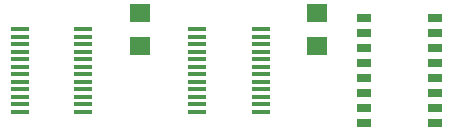
<source format=gbr>
G04 EAGLE Gerber RS-274X export*
G75*
%MOMM*%
%FSLAX34Y34*%
%LPD*%
%INSolderpaste Top*%
%IPPOS*%
%AMOC8*
5,1,8,0,0,1.08239X$1,22.5*%
G01*
%ADD10R,1.500000X0.400000*%
%ADD11R,1.200000X0.800000*%
%ADD12R,1.803000X1.600000*%


D10*
X78260Y259914D03*
X78260Y253564D03*
X78260Y247214D03*
X78260Y240864D03*
X78260Y234514D03*
X78260Y228164D03*
X78260Y221814D03*
X78260Y215464D03*
X78260Y209114D03*
X78260Y202764D03*
X78260Y196414D03*
X78260Y190064D03*
X132235Y190064D03*
X132235Y196414D03*
X132235Y202764D03*
X132235Y209114D03*
X132235Y215464D03*
X132235Y221814D03*
X132235Y228164D03*
X132235Y234514D03*
X132235Y240864D03*
X132235Y247214D03*
X132235Y253564D03*
X132235Y259914D03*
X228260Y259914D03*
X228260Y253564D03*
X228260Y247214D03*
X228260Y240864D03*
X228260Y234514D03*
X228260Y228164D03*
X228260Y221814D03*
X228260Y215464D03*
X228260Y209114D03*
X228260Y202764D03*
X228260Y196414D03*
X228260Y190064D03*
X282235Y190064D03*
X282235Y196414D03*
X282235Y202764D03*
X282235Y209114D03*
X282235Y215464D03*
X282235Y221814D03*
X282235Y228164D03*
X282235Y234514D03*
X282235Y240864D03*
X282235Y247214D03*
X282235Y253564D03*
X282235Y259914D03*
D11*
X370000Y269450D03*
X370000Y256750D03*
X370000Y244050D03*
X370000Y231350D03*
X370000Y218650D03*
X370000Y205950D03*
X370000Y193250D03*
X370000Y180550D03*
X430000Y180550D03*
X430000Y193250D03*
X430000Y205950D03*
X430000Y218650D03*
X430000Y231350D03*
X430000Y244050D03*
X430000Y256750D03*
X430000Y269450D03*
D12*
X180000Y274220D03*
X180000Y245780D03*
X330000Y274220D03*
X330000Y245780D03*
M02*

</source>
